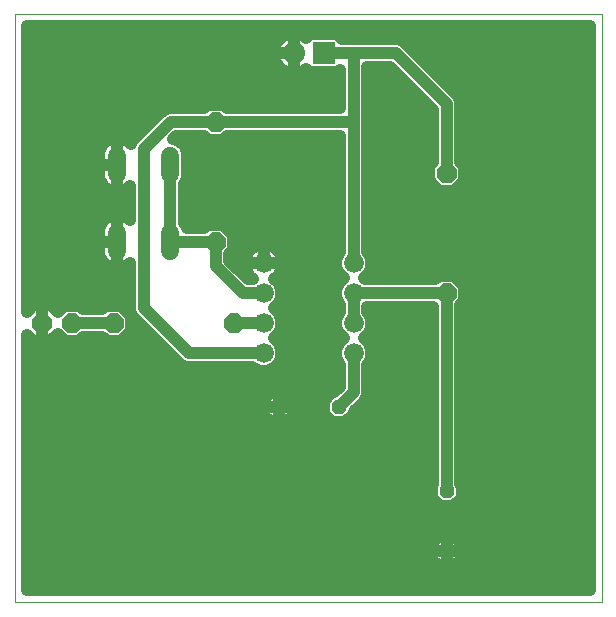
<source format=gtl>
G75*
%MOIN*%
%OFA0B0*%
%FSLAX25Y25*%
%IPPOS*%
%LPD*%
%AMOC8*
5,1,8,0,0,1.08239X$1,22.5*
%
%ADD10C,0.00000*%
%ADD11OC8,0.04800*%
%ADD12C,0.06600*%
%ADD13R,0.07400X0.07400*%
%ADD14C,0.07400*%
%ADD15OC8,0.06600*%
%ADD16C,0.06000*%
%ADD17C,0.04000*%
D10*
X0003000Y0014685D02*
X0003000Y0210646D01*
X0198701Y0210646D01*
X0198701Y0014685D01*
X0003000Y0014685D01*
D11*
X0091000Y0079685D03*
X0111000Y0079685D03*
X0147000Y0051685D03*
X0147000Y0031685D03*
D12*
X0116000Y0097685D03*
X0116000Y0107685D03*
X0116000Y0117685D03*
X0116000Y0127685D03*
X0086000Y0127685D03*
X0086000Y0117685D03*
X0086000Y0107685D03*
X0086000Y0097685D03*
D13*
X0106000Y0197685D03*
D14*
X0096000Y0197685D03*
D15*
X0070000Y0174685D03*
X0070000Y0134685D03*
X0076000Y0107685D03*
X0036000Y0107685D03*
X0022000Y0107685D03*
X0012000Y0107685D03*
X0147000Y0117685D03*
X0147000Y0157685D03*
D16*
X0054900Y0157485D02*
X0054900Y0163485D01*
X0037100Y0163485D02*
X0037100Y0157485D01*
X0037100Y0137885D02*
X0037100Y0131885D01*
X0054900Y0131885D02*
X0054900Y0137885D01*
D17*
X0054900Y0134885D02*
X0055100Y0134685D01*
X0070000Y0134685D01*
X0070000Y0126685D01*
X0079000Y0117685D01*
X0086000Y0117685D01*
X0082256Y0122285D02*
X0080905Y0122285D01*
X0074600Y0128591D01*
X0074600Y0130942D01*
X0075900Y0132242D01*
X0075900Y0137129D01*
X0072444Y0140585D01*
X0067556Y0140585D01*
X0066256Y0139285D01*
X0060381Y0139285D01*
X0059647Y0141058D01*
X0059500Y0141205D01*
X0059500Y0154166D01*
X0059647Y0154313D01*
X0060500Y0156372D01*
X0060500Y0164599D01*
X0059647Y0166658D01*
X0058072Y0168233D01*
X0056014Y0169085D01*
X0055905Y0169085D01*
X0056905Y0170085D01*
X0066256Y0170085D01*
X0067556Y0168785D01*
X0072444Y0168785D01*
X0073744Y0170085D01*
X0111400Y0170085D01*
X0111400Y0131429D01*
X0110998Y0131028D01*
X0110100Y0128859D01*
X0110100Y0126512D01*
X0110998Y0124343D01*
X0112656Y0122685D01*
X0110998Y0121028D01*
X0110100Y0118859D01*
X0110100Y0116512D01*
X0110998Y0114343D01*
X0111400Y0113942D01*
X0111400Y0111429D01*
X0110998Y0111028D01*
X0110100Y0108859D01*
X0110100Y0106512D01*
X0110998Y0104343D01*
X0112656Y0102685D01*
X0110998Y0101028D01*
X0110100Y0098859D01*
X0110100Y0096512D01*
X0110998Y0094343D01*
X0111400Y0093942D01*
X0111400Y0086591D01*
X0109495Y0084685D01*
X0108929Y0084685D01*
X0106000Y0081757D01*
X0106000Y0077614D01*
X0108929Y0074685D01*
X0113071Y0074685D01*
X0116000Y0077614D01*
X0116000Y0078180D01*
X0118606Y0080786D01*
X0119900Y0082080D01*
X0120600Y0083770D01*
X0120600Y0093942D01*
X0121002Y0094343D01*
X0121900Y0096512D01*
X0121900Y0098859D01*
X0121002Y0101028D01*
X0119344Y0102685D01*
X0121002Y0104343D01*
X0121900Y0106512D01*
X0121900Y0108859D01*
X0121002Y0111028D01*
X0120600Y0111429D01*
X0120600Y0113085D01*
X0142400Y0113085D01*
X0142400Y0054157D01*
X0142000Y0053757D01*
X0142000Y0049614D01*
X0144929Y0046685D01*
X0149071Y0046685D01*
X0152000Y0049614D01*
X0152000Y0053757D01*
X0151600Y0054157D01*
X0151600Y0113942D01*
X0152900Y0115242D01*
X0152900Y0120129D01*
X0149444Y0123585D01*
X0144556Y0123585D01*
X0143256Y0122285D01*
X0119744Y0122285D01*
X0119344Y0122685D01*
X0121002Y0124343D01*
X0121900Y0126512D01*
X0121900Y0128859D01*
X0121002Y0131028D01*
X0120600Y0131429D01*
X0120600Y0193085D01*
X0128095Y0193085D01*
X0142400Y0178780D01*
X0142400Y0161429D01*
X0141100Y0160129D01*
X0141100Y0155242D01*
X0144556Y0151785D01*
X0149444Y0151785D01*
X0152900Y0155242D01*
X0152900Y0160129D01*
X0151600Y0161429D01*
X0151600Y0181600D01*
X0150900Y0183291D01*
X0149606Y0184585D01*
X0132606Y0201585D01*
X0130915Y0202285D01*
X0112141Y0202285D01*
X0111904Y0202858D01*
X0111173Y0203590D01*
X0110217Y0203985D01*
X0101783Y0203985D01*
X0100827Y0203590D01*
X0100169Y0202932D01*
X0099730Y0203268D01*
X0098970Y0203707D01*
X0098158Y0204044D01*
X0097310Y0204271D01*
X0096439Y0204385D01*
X0096000Y0204385D01*
X0095561Y0204385D01*
X0094690Y0204271D01*
X0093842Y0204044D01*
X0093030Y0203707D01*
X0092270Y0203268D01*
X0091573Y0202734D01*
X0090952Y0202113D01*
X0090417Y0201416D01*
X0089978Y0200655D01*
X0089642Y0199844D01*
X0089415Y0198995D01*
X0089300Y0198125D01*
X0089300Y0197686D01*
X0096000Y0197686D01*
X0096000Y0204385D01*
X0096000Y0197686D01*
X0096000Y0197686D01*
X0096000Y0197685D01*
X0096000Y0190985D01*
X0096439Y0190985D01*
X0097310Y0191100D01*
X0098158Y0191327D01*
X0098970Y0191664D01*
X0099730Y0192103D01*
X0100169Y0192439D01*
X0100827Y0191781D01*
X0101783Y0191385D01*
X0110217Y0191385D01*
X0111173Y0191781D01*
X0111400Y0192009D01*
X0111400Y0179285D01*
X0073744Y0179285D01*
X0072444Y0180585D01*
X0067556Y0180585D01*
X0066256Y0179285D01*
X0054085Y0179285D01*
X0052394Y0178585D01*
X0051100Y0177291D01*
X0042100Y0168291D01*
X0041710Y0167348D01*
X0041677Y0167394D01*
X0041009Y0168062D01*
X0040245Y0168617D01*
X0039403Y0169046D01*
X0038505Y0169338D01*
X0037572Y0169485D01*
X0037100Y0169485D01*
X0037100Y0160486D01*
X0037100Y0169485D01*
X0036628Y0169485D01*
X0035695Y0169338D01*
X0034797Y0169046D01*
X0033955Y0168617D01*
X0033191Y0168062D01*
X0032523Y0167394D01*
X0031968Y0166630D01*
X0031540Y0165789D01*
X0031248Y0164890D01*
X0031100Y0163958D01*
X0031100Y0160486D01*
X0037100Y0160486D01*
X0037100Y0160486D01*
X0037100Y0160485D01*
X0037100Y0151485D01*
X0037572Y0151485D01*
X0038505Y0151633D01*
X0039403Y0151925D01*
X0040245Y0152354D01*
X0041009Y0152909D01*
X0041400Y0153300D01*
X0041400Y0142071D01*
X0041009Y0142462D01*
X0040245Y0143017D01*
X0039403Y0143446D01*
X0038505Y0143738D01*
X0037572Y0143885D01*
X0037100Y0143885D01*
X0037100Y0134886D01*
X0037100Y0143885D01*
X0036628Y0143885D01*
X0035695Y0143738D01*
X0034797Y0143446D01*
X0033955Y0143017D01*
X0033191Y0142462D01*
X0032523Y0141794D01*
X0031968Y0141030D01*
X0031540Y0140189D01*
X0031248Y0139290D01*
X0031100Y0138358D01*
X0031100Y0134886D01*
X0037100Y0134886D01*
X0037100Y0134886D01*
X0037100Y0134885D01*
X0037100Y0125885D01*
X0037572Y0125885D01*
X0038505Y0126033D01*
X0039403Y0126325D01*
X0040245Y0126754D01*
X0041009Y0127309D01*
X0041400Y0127700D01*
X0041400Y0111770D01*
X0042100Y0110080D01*
X0043394Y0108786D01*
X0058394Y0093786D01*
X0060085Y0093085D01*
X0082256Y0093085D01*
X0082658Y0092684D01*
X0084826Y0091785D01*
X0087174Y0091785D01*
X0089342Y0092684D01*
X0091002Y0094343D01*
X0091900Y0096512D01*
X0091900Y0098859D01*
X0091002Y0101028D01*
X0089344Y0102685D01*
X0091002Y0104343D01*
X0091900Y0106512D01*
X0091900Y0108859D01*
X0091002Y0111028D01*
X0089344Y0112685D01*
X0091002Y0114343D01*
X0091900Y0116512D01*
X0091900Y0118859D01*
X0091002Y0121028D01*
X0089551Y0122478D01*
X0090104Y0122880D01*
X0090805Y0123581D01*
X0091388Y0124384D01*
X0091838Y0125267D01*
X0092145Y0126210D01*
X0092300Y0127190D01*
X0092300Y0127685D01*
X0086000Y0127685D01*
X0079700Y0127685D01*
X0079700Y0127190D01*
X0079855Y0126210D01*
X0080162Y0125267D01*
X0080612Y0124384D01*
X0081195Y0123581D01*
X0081896Y0122880D01*
X0082449Y0122478D01*
X0082256Y0122285D01*
X0082219Y0122645D02*
X0080546Y0122645D01*
X0079786Y0126644D02*
X0076547Y0126644D01*
X0079700Y0127686D02*
X0086000Y0127686D01*
X0086000Y0133985D01*
X0086000Y0127686D01*
X0086000Y0127686D01*
X0086000Y0127685D01*
X0086000Y0127686D01*
X0092300Y0127686D01*
X0092300Y0128181D01*
X0092145Y0129161D01*
X0091838Y0130104D01*
X0091388Y0130987D01*
X0090805Y0131790D01*
X0090104Y0132491D01*
X0089302Y0133074D01*
X0088418Y0133524D01*
X0087475Y0133830D01*
X0086496Y0133985D01*
X0086000Y0133985D01*
X0085504Y0133985D01*
X0084525Y0133830D01*
X0083582Y0133524D01*
X0082698Y0133074D01*
X0081896Y0132491D01*
X0081195Y0131790D01*
X0080612Y0130987D01*
X0080162Y0130104D01*
X0079855Y0129161D01*
X0079700Y0128181D01*
X0079700Y0127686D01*
X0080436Y0130642D02*
X0074600Y0130642D01*
X0075900Y0134641D02*
X0111400Y0134641D01*
X0111400Y0138639D02*
X0074390Y0138639D01*
X0086000Y0130642D02*
X0086000Y0130642D01*
X0086000Y0127685D02*
X0093000Y0127685D01*
X0094000Y0126685D01*
X0094000Y0082685D01*
X0091000Y0079685D01*
X0091000Y0074285D01*
X0091000Y0079685D01*
X0091000Y0079685D01*
X0091000Y0079686D01*
X0091000Y0085085D01*
X0093237Y0085085D01*
X0096400Y0081922D01*
X0096400Y0079686D01*
X0091000Y0079686D01*
X0091000Y0079686D01*
X0091000Y0085085D01*
X0088763Y0085085D01*
X0085600Y0081922D01*
X0085600Y0079686D01*
X0091000Y0079686D01*
X0091000Y0079685D01*
X0096400Y0079685D01*
X0096400Y0077449D01*
X0093237Y0074285D01*
X0091000Y0074285D01*
X0088763Y0074285D01*
X0085600Y0077449D01*
X0085600Y0079685D01*
X0091000Y0079685D01*
X0091000Y0031685D01*
X0041000Y0031685D01*
X0012000Y0060685D01*
X0012000Y0107685D01*
X0012000Y0101385D01*
X0014610Y0101385D01*
X0017283Y0104059D01*
X0019556Y0101785D01*
X0024444Y0101785D01*
X0025744Y0103085D01*
X0032256Y0103085D01*
X0033556Y0101785D01*
X0038444Y0101785D01*
X0041900Y0105242D01*
X0041900Y0110129D01*
X0038444Y0113585D01*
X0033556Y0113585D01*
X0032256Y0112285D01*
X0025744Y0112285D01*
X0024444Y0113585D01*
X0019556Y0113585D01*
X0017283Y0111312D01*
X0014610Y0113985D01*
X0012000Y0113985D01*
X0012000Y0107686D01*
X0012000Y0113985D01*
X0009390Y0113985D01*
X0007000Y0111595D01*
X0007000Y0206646D01*
X0194701Y0206646D01*
X0194701Y0018685D01*
X0007000Y0018685D01*
X0007000Y0103776D01*
X0009390Y0101385D01*
X0012000Y0101385D01*
X0012000Y0107685D01*
X0012000Y0107685D01*
X0012000Y0155685D01*
X0013000Y0156685D01*
X0016800Y0160485D01*
X0037100Y0160485D01*
X0037100Y0160485D01*
X0037100Y0151485D01*
X0036628Y0151485D01*
X0035695Y0151633D01*
X0034797Y0151925D01*
X0033955Y0152354D01*
X0033191Y0152909D01*
X0032523Y0153577D01*
X0031968Y0154341D01*
X0031540Y0155182D01*
X0031248Y0156080D01*
X0031100Y0157013D01*
X0031100Y0160485D01*
X0037100Y0160485D01*
X0037100Y0134885D01*
X0037100Y0134885D01*
X0037100Y0125885D01*
X0036628Y0125885D01*
X0035695Y0126033D01*
X0034797Y0126325D01*
X0033955Y0126754D01*
X0033191Y0127309D01*
X0032523Y0127977D01*
X0031968Y0128741D01*
X0031540Y0129582D01*
X0031248Y0130480D01*
X0031100Y0131413D01*
X0031100Y0134885D01*
X0037100Y0134885D01*
X0037100Y0134641D02*
X0037100Y0134641D01*
X0037100Y0138639D02*
X0037100Y0138639D01*
X0037100Y0142638D02*
X0037100Y0142638D01*
X0033433Y0142638D02*
X0007000Y0142638D01*
X0007000Y0146636D02*
X0041400Y0146636D01*
X0041400Y0142638D02*
X0040767Y0142638D01*
X0041400Y0150635D02*
X0007000Y0150635D01*
X0007000Y0154633D02*
X0031819Y0154633D01*
X0031100Y0158632D02*
X0007000Y0158632D01*
X0007000Y0162630D02*
X0031100Y0162630D01*
X0031968Y0166629D02*
X0007000Y0166629D01*
X0007000Y0170627D02*
X0044437Y0170627D01*
X0046000Y0165685D02*
X0055000Y0174685D01*
X0062000Y0174685D01*
X0070000Y0174685D01*
X0115000Y0174685D01*
X0116000Y0173685D01*
X0116000Y0197685D01*
X0130000Y0197685D01*
X0147000Y0180685D01*
X0147000Y0157685D01*
X0141708Y0154633D02*
X0120600Y0154633D01*
X0120600Y0150635D02*
X0194701Y0150635D01*
X0194701Y0154633D02*
X0152292Y0154633D01*
X0152900Y0158632D02*
X0194701Y0158632D01*
X0194701Y0162630D02*
X0151600Y0162630D01*
X0151600Y0166629D02*
X0194701Y0166629D01*
X0194701Y0170627D02*
X0151600Y0170627D01*
X0151600Y0174626D02*
X0194701Y0174626D01*
X0194701Y0178624D02*
X0151600Y0178624D01*
X0151176Y0182623D02*
X0194701Y0182623D01*
X0194701Y0186621D02*
X0147569Y0186621D01*
X0143571Y0190620D02*
X0194701Y0190620D01*
X0194701Y0194618D02*
X0139572Y0194618D01*
X0135574Y0198617D02*
X0194701Y0198617D01*
X0194701Y0202616D02*
X0112005Y0202616D01*
X0116000Y0197685D02*
X0106000Y0197685D01*
X0111400Y0190620D02*
X0007000Y0190620D01*
X0007000Y0194618D02*
X0090034Y0194618D01*
X0089978Y0194716D02*
X0090417Y0193955D01*
X0090952Y0193258D01*
X0091573Y0192637D01*
X0092270Y0192103D01*
X0093030Y0191664D01*
X0093842Y0191327D01*
X0094690Y0191100D01*
X0095561Y0190985D01*
X0096000Y0190985D01*
X0096000Y0197685D01*
X0096000Y0197685D01*
X0089300Y0197685D01*
X0089300Y0197246D01*
X0089415Y0196376D01*
X0089642Y0195527D01*
X0089978Y0194716D01*
X0089365Y0198617D02*
X0007000Y0198617D01*
X0007000Y0202616D02*
X0091455Y0202616D01*
X0096000Y0202616D02*
X0096000Y0202616D01*
X0096000Y0198617D02*
X0096000Y0198617D01*
X0096000Y0197685D02*
X0054000Y0197685D01*
X0016800Y0160485D01*
X0007000Y0174626D02*
X0048435Y0174626D01*
X0052489Y0178624D02*
X0007000Y0178624D01*
X0007000Y0182623D02*
X0111400Y0182623D01*
X0111400Y0186621D02*
X0007000Y0186621D01*
X0007000Y0206614D02*
X0194701Y0206614D01*
X0142400Y0178624D02*
X0120600Y0178624D01*
X0120600Y0174626D02*
X0142400Y0174626D01*
X0142400Y0170627D02*
X0120600Y0170627D01*
X0120600Y0166629D02*
X0142400Y0166629D01*
X0142400Y0162630D02*
X0120600Y0162630D01*
X0120600Y0158632D02*
X0141100Y0158632D01*
X0120600Y0146636D02*
X0194701Y0146636D01*
X0194701Y0142638D02*
X0120600Y0142638D01*
X0120600Y0138639D02*
X0194701Y0138639D01*
X0194701Y0134641D02*
X0120600Y0134641D01*
X0121161Y0130642D02*
X0194701Y0130642D01*
X0194701Y0126644D02*
X0121900Y0126644D01*
X0119384Y0122645D02*
X0143616Y0122645D01*
X0147000Y0117685D02*
X0116000Y0117685D01*
X0116000Y0107685D01*
X0121158Y0110650D02*
X0142400Y0110650D01*
X0142400Y0106651D02*
X0121900Y0106651D01*
X0119377Y0102653D02*
X0142400Y0102653D01*
X0142400Y0098654D02*
X0121900Y0098654D01*
X0121131Y0094656D02*
X0142400Y0094656D01*
X0142400Y0090657D02*
X0120600Y0090657D01*
X0120600Y0086659D02*
X0142400Y0086659D01*
X0142400Y0082660D02*
X0120140Y0082660D01*
X0118606Y0080786D02*
X0118606Y0080786D01*
X0116482Y0078662D02*
X0142400Y0078662D01*
X0142400Y0074663D02*
X0093614Y0074663D01*
X0091000Y0074663D02*
X0091000Y0074663D01*
X0088386Y0074663D02*
X0007000Y0074663D01*
X0007000Y0070665D02*
X0142400Y0070665D01*
X0142400Y0066666D02*
X0007000Y0066666D01*
X0007000Y0062668D02*
X0142400Y0062668D01*
X0142400Y0058669D02*
X0007000Y0058669D01*
X0007000Y0054671D02*
X0142400Y0054671D01*
X0142000Y0050672D02*
X0007000Y0050672D01*
X0007000Y0046674D02*
X0194701Y0046674D01*
X0194701Y0050672D02*
X0152000Y0050672D01*
X0151600Y0054671D02*
X0194701Y0054671D01*
X0194701Y0058669D02*
X0151600Y0058669D01*
X0151600Y0062668D02*
X0194701Y0062668D01*
X0194701Y0066666D02*
X0151600Y0066666D01*
X0151600Y0070665D02*
X0194701Y0070665D01*
X0194701Y0074663D02*
X0151600Y0074663D01*
X0151600Y0078662D02*
X0194701Y0078662D01*
X0194701Y0082660D02*
X0151600Y0082660D01*
X0151600Y0086659D02*
X0194701Y0086659D01*
X0194701Y0090657D02*
X0151600Y0090657D01*
X0151600Y0094656D02*
X0194701Y0094656D01*
X0194701Y0098654D02*
X0151600Y0098654D01*
X0151600Y0102653D02*
X0194701Y0102653D01*
X0194701Y0106651D02*
X0151600Y0106651D01*
X0151600Y0110650D02*
X0194701Y0110650D01*
X0194701Y0114648D02*
X0152307Y0114648D01*
X0152900Y0118647D02*
X0194701Y0118647D01*
X0194701Y0122645D02*
X0150384Y0122645D01*
X0147000Y0117685D02*
X0147000Y0051685D01*
X0147000Y0037085D02*
X0144763Y0037085D01*
X0141600Y0033922D01*
X0141600Y0031686D01*
X0147000Y0031686D01*
X0147000Y0037085D01*
X0147000Y0031686D01*
X0147000Y0031686D01*
X0147000Y0031685D01*
X0147000Y0026285D01*
X0149237Y0026285D01*
X0152400Y0029449D01*
X0152400Y0031685D01*
X0147000Y0031685D01*
X0147000Y0031685D01*
X0147000Y0026285D01*
X0144763Y0026285D01*
X0141600Y0029449D01*
X0141600Y0031685D01*
X0147000Y0031685D01*
X0147000Y0031686D01*
X0152400Y0031686D01*
X0152400Y0033922D01*
X0149237Y0037085D01*
X0147000Y0037085D01*
X0147000Y0034678D02*
X0147000Y0034678D01*
X0147000Y0031685D02*
X0091000Y0031685D01*
X0091000Y0078662D02*
X0091000Y0078662D01*
X0091000Y0082660D02*
X0091000Y0082660D01*
X0095662Y0082660D02*
X0106904Y0082660D01*
X0106000Y0078662D02*
X0096400Y0078662D01*
X0085600Y0078662D02*
X0007000Y0078662D01*
X0007000Y0082660D02*
X0086338Y0082660D01*
X0091131Y0094656D02*
X0110869Y0094656D01*
X0111400Y0090657D02*
X0007000Y0090657D01*
X0007000Y0086659D02*
X0111400Y0086659D01*
X0116000Y0084685D02*
X0111000Y0079685D01*
X0116000Y0084685D02*
X0116000Y0097685D01*
X0110100Y0098654D02*
X0091900Y0098654D01*
X0089377Y0102653D02*
X0112623Y0102653D01*
X0110100Y0106651D02*
X0091900Y0106651D01*
X0091158Y0110650D02*
X0110842Y0110650D01*
X0110872Y0114648D02*
X0091128Y0114648D01*
X0091900Y0118647D02*
X0110100Y0118647D01*
X0112616Y0122645D02*
X0089781Y0122645D01*
X0092214Y0126644D02*
X0110100Y0126644D01*
X0110839Y0130642D02*
X0091564Y0130642D01*
X0111400Y0142638D02*
X0059500Y0142638D01*
X0059500Y0146636D02*
X0111400Y0146636D01*
X0111400Y0150635D02*
X0059500Y0150635D01*
X0059780Y0154633D02*
X0111400Y0154633D01*
X0111400Y0158632D02*
X0060500Y0158632D01*
X0060500Y0162630D02*
X0111400Y0162630D01*
X0111400Y0166629D02*
X0059659Y0166629D01*
X0054900Y0160485D02*
X0054900Y0134885D01*
X0041400Y0126644D02*
X0040029Y0126644D01*
X0037100Y0126644D02*
X0037100Y0126644D01*
X0034171Y0126644D02*
X0007000Y0126644D01*
X0007000Y0130642D02*
X0031222Y0130642D01*
X0031100Y0134641D02*
X0007000Y0134641D01*
X0007000Y0138639D02*
X0031145Y0138639D01*
X0037100Y0130642D02*
X0037100Y0130642D01*
X0041400Y0122645D02*
X0007000Y0122645D01*
X0007000Y0118647D02*
X0041400Y0118647D01*
X0041400Y0114648D02*
X0007000Y0114648D01*
X0012000Y0110650D02*
X0012000Y0110650D01*
X0012000Y0107686D02*
X0012000Y0107686D01*
X0012000Y0106651D02*
X0012000Y0106651D01*
X0012000Y0102653D02*
X0012000Y0102653D01*
X0008123Y0102653D02*
X0007000Y0102653D01*
X0007000Y0098654D02*
X0053526Y0098654D01*
X0057524Y0094656D02*
X0007000Y0094656D01*
X0015877Y0102653D02*
X0018689Y0102653D01*
X0022000Y0107685D02*
X0036000Y0107685D01*
X0039311Y0102653D02*
X0049527Y0102653D01*
X0045529Y0106651D02*
X0041900Y0106651D01*
X0041864Y0110650D02*
X0041380Y0110650D01*
X0046000Y0112685D02*
X0046000Y0165685D01*
X0037100Y0166629D02*
X0037100Y0166629D01*
X0037100Y0162630D02*
X0037100Y0162630D01*
X0037100Y0158632D02*
X0037100Y0158632D01*
X0037100Y0154633D02*
X0037100Y0154633D01*
X0046000Y0112685D02*
X0061000Y0097685D01*
X0086000Y0097685D01*
X0086000Y0107685D02*
X0076000Y0107685D01*
X0116000Y0127685D02*
X0116000Y0173685D01*
X0120600Y0182623D02*
X0138557Y0182623D01*
X0134559Y0186621D02*
X0120600Y0186621D01*
X0120600Y0190620D02*
X0130560Y0190620D01*
X0096000Y0194618D02*
X0096000Y0194618D01*
X0032689Y0102653D02*
X0025311Y0102653D01*
X0007000Y0042675D02*
X0194701Y0042675D01*
X0194701Y0038677D02*
X0007000Y0038677D01*
X0007000Y0034678D02*
X0142356Y0034678D01*
X0141600Y0030680D02*
X0007000Y0030680D01*
X0007000Y0026681D02*
X0144368Y0026681D01*
X0147000Y0026681D02*
X0147000Y0026681D01*
X0149632Y0026681D02*
X0194701Y0026681D01*
X0194701Y0022682D02*
X0007000Y0022682D01*
X0147000Y0030680D02*
X0147000Y0030680D01*
X0152400Y0030680D02*
X0194701Y0030680D01*
X0194701Y0034678D02*
X0151644Y0034678D01*
M02*

</source>
